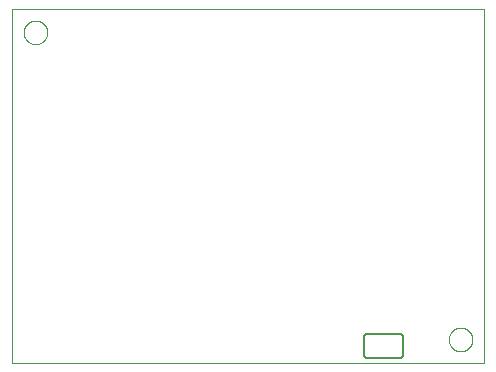
<source format=gbo>
G75*
%MOIN*%
%OFA0B0*%
%FSLAX25Y25*%
%IPPOS*%
%LPD*%
%AMOC8*
5,1,8,0,0,1.08239X$1,22.5*
%
%ADD10C,0.00000*%
%ADD11C,0.00600*%
D10*
X0001600Y0001600D02*
X0001600Y0119710D01*
X0159080Y0119710D01*
X0159080Y0001600D01*
X0001600Y0001600D01*
X0005537Y0111836D02*
X0005539Y0111961D01*
X0005545Y0112086D01*
X0005555Y0112210D01*
X0005569Y0112334D01*
X0005586Y0112458D01*
X0005608Y0112581D01*
X0005634Y0112703D01*
X0005663Y0112825D01*
X0005696Y0112945D01*
X0005734Y0113064D01*
X0005774Y0113183D01*
X0005819Y0113299D01*
X0005867Y0113414D01*
X0005919Y0113528D01*
X0005975Y0113640D01*
X0006034Y0113750D01*
X0006096Y0113858D01*
X0006162Y0113965D01*
X0006231Y0114069D01*
X0006304Y0114170D01*
X0006379Y0114270D01*
X0006458Y0114367D01*
X0006540Y0114461D01*
X0006625Y0114553D01*
X0006712Y0114642D01*
X0006803Y0114728D01*
X0006896Y0114811D01*
X0006992Y0114892D01*
X0007090Y0114969D01*
X0007190Y0115043D01*
X0007293Y0115114D01*
X0007398Y0115181D01*
X0007506Y0115246D01*
X0007615Y0115306D01*
X0007726Y0115364D01*
X0007839Y0115417D01*
X0007953Y0115467D01*
X0008069Y0115514D01*
X0008186Y0115556D01*
X0008305Y0115595D01*
X0008425Y0115631D01*
X0008546Y0115662D01*
X0008668Y0115690D01*
X0008790Y0115713D01*
X0008914Y0115733D01*
X0009038Y0115749D01*
X0009162Y0115761D01*
X0009287Y0115769D01*
X0009412Y0115773D01*
X0009536Y0115773D01*
X0009661Y0115769D01*
X0009786Y0115761D01*
X0009910Y0115749D01*
X0010034Y0115733D01*
X0010158Y0115713D01*
X0010280Y0115690D01*
X0010402Y0115662D01*
X0010523Y0115631D01*
X0010643Y0115595D01*
X0010762Y0115556D01*
X0010879Y0115514D01*
X0010995Y0115467D01*
X0011109Y0115417D01*
X0011222Y0115364D01*
X0011333Y0115306D01*
X0011443Y0115246D01*
X0011550Y0115181D01*
X0011655Y0115114D01*
X0011758Y0115043D01*
X0011858Y0114969D01*
X0011956Y0114892D01*
X0012052Y0114811D01*
X0012145Y0114728D01*
X0012236Y0114642D01*
X0012323Y0114553D01*
X0012408Y0114461D01*
X0012490Y0114367D01*
X0012569Y0114270D01*
X0012644Y0114170D01*
X0012717Y0114069D01*
X0012786Y0113965D01*
X0012852Y0113858D01*
X0012914Y0113750D01*
X0012973Y0113640D01*
X0013029Y0113528D01*
X0013081Y0113414D01*
X0013129Y0113299D01*
X0013174Y0113183D01*
X0013214Y0113064D01*
X0013252Y0112945D01*
X0013285Y0112825D01*
X0013314Y0112703D01*
X0013340Y0112581D01*
X0013362Y0112458D01*
X0013379Y0112334D01*
X0013393Y0112210D01*
X0013403Y0112086D01*
X0013409Y0111961D01*
X0013411Y0111836D01*
X0013409Y0111711D01*
X0013403Y0111586D01*
X0013393Y0111462D01*
X0013379Y0111338D01*
X0013362Y0111214D01*
X0013340Y0111091D01*
X0013314Y0110969D01*
X0013285Y0110847D01*
X0013252Y0110727D01*
X0013214Y0110608D01*
X0013174Y0110489D01*
X0013129Y0110373D01*
X0013081Y0110258D01*
X0013029Y0110144D01*
X0012973Y0110032D01*
X0012914Y0109922D01*
X0012852Y0109814D01*
X0012786Y0109707D01*
X0012717Y0109603D01*
X0012644Y0109502D01*
X0012569Y0109402D01*
X0012490Y0109305D01*
X0012408Y0109211D01*
X0012323Y0109119D01*
X0012236Y0109030D01*
X0012145Y0108944D01*
X0012052Y0108861D01*
X0011956Y0108780D01*
X0011858Y0108703D01*
X0011758Y0108629D01*
X0011655Y0108558D01*
X0011550Y0108491D01*
X0011442Y0108426D01*
X0011333Y0108366D01*
X0011222Y0108308D01*
X0011109Y0108255D01*
X0010995Y0108205D01*
X0010879Y0108158D01*
X0010762Y0108116D01*
X0010643Y0108077D01*
X0010523Y0108041D01*
X0010402Y0108010D01*
X0010280Y0107982D01*
X0010158Y0107959D01*
X0010034Y0107939D01*
X0009910Y0107923D01*
X0009786Y0107911D01*
X0009661Y0107903D01*
X0009536Y0107899D01*
X0009412Y0107899D01*
X0009287Y0107903D01*
X0009162Y0107911D01*
X0009038Y0107923D01*
X0008914Y0107939D01*
X0008790Y0107959D01*
X0008668Y0107982D01*
X0008546Y0108010D01*
X0008425Y0108041D01*
X0008305Y0108077D01*
X0008186Y0108116D01*
X0008069Y0108158D01*
X0007953Y0108205D01*
X0007839Y0108255D01*
X0007726Y0108308D01*
X0007615Y0108366D01*
X0007505Y0108426D01*
X0007398Y0108491D01*
X0007293Y0108558D01*
X0007190Y0108629D01*
X0007090Y0108703D01*
X0006992Y0108780D01*
X0006896Y0108861D01*
X0006803Y0108944D01*
X0006712Y0109030D01*
X0006625Y0109119D01*
X0006540Y0109211D01*
X0006458Y0109305D01*
X0006379Y0109402D01*
X0006304Y0109502D01*
X0006231Y0109603D01*
X0006162Y0109707D01*
X0006096Y0109814D01*
X0006034Y0109922D01*
X0005975Y0110032D01*
X0005919Y0110144D01*
X0005867Y0110258D01*
X0005819Y0110373D01*
X0005774Y0110489D01*
X0005734Y0110608D01*
X0005696Y0110727D01*
X0005663Y0110847D01*
X0005634Y0110969D01*
X0005608Y0111091D01*
X0005586Y0111214D01*
X0005569Y0111338D01*
X0005555Y0111462D01*
X0005545Y0111586D01*
X0005539Y0111711D01*
X0005537Y0111836D01*
X0147269Y0009474D02*
X0147271Y0009599D01*
X0147277Y0009724D01*
X0147287Y0009848D01*
X0147301Y0009972D01*
X0147318Y0010096D01*
X0147340Y0010219D01*
X0147366Y0010341D01*
X0147395Y0010463D01*
X0147428Y0010583D01*
X0147466Y0010702D01*
X0147506Y0010821D01*
X0147551Y0010937D01*
X0147599Y0011052D01*
X0147651Y0011166D01*
X0147707Y0011278D01*
X0147766Y0011388D01*
X0147828Y0011496D01*
X0147894Y0011603D01*
X0147963Y0011707D01*
X0148036Y0011808D01*
X0148111Y0011908D01*
X0148190Y0012005D01*
X0148272Y0012099D01*
X0148357Y0012191D01*
X0148444Y0012280D01*
X0148535Y0012366D01*
X0148628Y0012449D01*
X0148724Y0012530D01*
X0148822Y0012607D01*
X0148922Y0012681D01*
X0149025Y0012752D01*
X0149130Y0012819D01*
X0149238Y0012884D01*
X0149347Y0012944D01*
X0149458Y0013002D01*
X0149571Y0013055D01*
X0149685Y0013105D01*
X0149801Y0013152D01*
X0149918Y0013194D01*
X0150037Y0013233D01*
X0150157Y0013269D01*
X0150278Y0013300D01*
X0150400Y0013328D01*
X0150522Y0013351D01*
X0150646Y0013371D01*
X0150770Y0013387D01*
X0150894Y0013399D01*
X0151019Y0013407D01*
X0151144Y0013411D01*
X0151268Y0013411D01*
X0151393Y0013407D01*
X0151518Y0013399D01*
X0151642Y0013387D01*
X0151766Y0013371D01*
X0151890Y0013351D01*
X0152012Y0013328D01*
X0152134Y0013300D01*
X0152255Y0013269D01*
X0152375Y0013233D01*
X0152494Y0013194D01*
X0152611Y0013152D01*
X0152727Y0013105D01*
X0152841Y0013055D01*
X0152954Y0013002D01*
X0153065Y0012944D01*
X0153175Y0012884D01*
X0153282Y0012819D01*
X0153387Y0012752D01*
X0153490Y0012681D01*
X0153590Y0012607D01*
X0153688Y0012530D01*
X0153784Y0012449D01*
X0153877Y0012366D01*
X0153968Y0012280D01*
X0154055Y0012191D01*
X0154140Y0012099D01*
X0154222Y0012005D01*
X0154301Y0011908D01*
X0154376Y0011808D01*
X0154449Y0011707D01*
X0154518Y0011603D01*
X0154584Y0011496D01*
X0154646Y0011388D01*
X0154705Y0011278D01*
X0154761Y0011166D01*
X0154813Y0011052D01*
X0154861Y0010937D01*
X0154906Y0010821D01*
X0154946Y0010702D01*
X0154984Y0010583D01*
X0155017Y0010463D01*
X0155046Y0010341D01*
X0155072Y0010219D01*
X0155094Y0010096D01*
X0155111Y0009972D01*
X0155125Y0009848D01*
X0155135Y0009724D01*
X0155141Y0009599D01*
X0155143Y0009474D01*
X0155141Y0009349D01*
X0155135Y0009224D01*
X0155125Y0009100D01*
X0155111Y0008976D01*
X0155094Y0008852D01*
X0155072Y0008729D01*
X0155046Y0008607D01*
X0155017Y0008485D01*
X0154984Y0008365D01*
X0154946Y0008246D01*
X0154906Y0008127D01*
X0154861Y0008011D01*
X0154813Y0007896D01*
X0154761Y0007782D01*
X0154705Y0007670D01*
X0154646Y0007560D01*
X0154584Y0007452D01*
X0154518Y0007345D01*
X0154449Y0007241D01*
X0154376Y0007140D01*
X0154301Y0007040D01*
X0154222Y0006943D01*
X0154140Y0006849D01*
X0154055Y0006757D01*
X0153968Y0006668D01*
X0153877Y0006582D01*
X0153784Y0006499D01*
X0153688Y0006418D01*
X0153590Y0006341D01*
X0153490Y0006267D01*
X0153387Y0006196D01*
X0153282Y0006129D01*
X0153174Y0006064D01*
X0153065Y0006004D01*
X0152954Y0005946D01*
X0152841Y0005893D01*
X0152727Y0005843D01*
X0152611Y0005796D01*
X0152494Y0005754D01*
X0152375Y0005715D01*
X0152255Y0005679D01*
X0152134Y0005648D01*
X0152012Y0005620D01*
X0151890Y0005597D01*
X0151766Y0005577D01*
X0151642Y0005561D01*
X0151518Y0005549D01*
X0151393Y0005541D01*
X0151268Y0005537D01*
X0151144Y0005537D01*
X0151019Y0005541D01*
X0150894Y0005549D01*
X0150770Y0005561D01*
X0150646Y0005577D01*
X0150522Y0005597D01*
X0150400Y0005620D01*
X0150278Y0005648D01*
X0150157Y0005679D01*
X0150037Y0005715D01*
X0149918Y0005754D01*
X0149801Y0005796D01*
X0149685Y0005843D01*
X0149571Y0005893D01*
X0149458Y0005946D01*
X0149347Y0006004D01*
X0149237Y0006064D01*
X0149130Y0006129D01*
X0149025Y0006196D01*
X0148922Y0006267D01*
X0148822Y0006341D01*
X0148724Y0006418D01*
X0148628Y0006499D01*
X0148535Y0006582D01*
X0148444Y0006668D01*
X0148357Y0006757D01*
X0148272Y0006849D01*
X0148190Y0006943D01*
X0148111Y0007040D01*
X0148036Y0007140D01*
X0147963Y0007241D01*
X0147894Y0007345D01*
X0147828Y0007452D01*
X0147766Y0007560D01*
X0147707Y0007670D01*
X0147651Y0007782D01*
X0147599Y0007896D01*
X0147551Y0008011D01*
X0147506Y0008127D01*
X0147466Y0008246D01*
X0147428Y0008365D01*
X0147395Y0008485D01*
X0147366Y0008607D01*
X0147340Y0008729D01*
X0147318Y0008852D01*
X0147301Y0008976D01*
X0147287Y0009100D01*
X0147277Y0009224D01*
X0147271Y0009349D01*
X0147269Y0009474D01*
D11*
X0132037Y0010407D02*
X0132037Y0004407D01*
X0132035Y0004347D01*
X0132030Y0004286D01*
X0132021Y0004227D01*
X0132008Y0004168D01*
X0131992Y0004109D01*
X0131972Y0004052D01*
X0131949Y0003997D01*
X0131922Y0003942D01*
X0131893Y0003890D01*
X0131860Y0003839D01*
X0131824Y0003790D01*
X0131786Y0003744D01*
X0131744Y0003700D01*
X0131700Y0003658D01*
X0131654Y0003620D01*
X0131605Y0003584D01*
X0131554Y0003551D01*
X0131502Y0003522D01*
X0131447Y0003495D01*
X0131392Y0003472D01*
X0131335Y0003452D01*
X0131276Y0003436D01*
X0131217Y0003423D01*
X0131158Y0003414D01*
X0131097Y0003409D01*
X0131037Y0003407D01*
X0120037Y0003407D01*
X0119977Y0003409D01*
X0119916Y0003414D01*
X0119857Y0003423D01*
X0119798Y0003436D01*
X0119739Y0003452D01*
X0119682Y0003472D01*
X0119627Y0003495D01*
X0119572Y0003522D01*
X0119520Y0003551D01*
X0119469Y0003584D01*
X0119420Y0003620D01*
X0119374Y0003658D01*
X0119330Y0003700D01*
X0119288Y0003744D01*
X0119250Y0003790D01*
X0119214Y0003839D01*
X0119181Y0003890D01*
X0119152Y0003942D01*
X0119125Y0003997D01*
X0119102Y0004052D01*
X0119082Y0004109D01*
X0119066Y0004168D01*
X0119053Y0004227D01*
X0119044Y0004286D01*
X0119039Y0004347D01*
X0119037Y0004407D01*
X0119037Y0010407D01*
X0119039Y0010467D01*
X0119044Y0010528D01*
X0119053Y0010587D01*
X0119066Y0010646D01*
X0119082Y0010705D01*
X0119102Y0010762D01*
X0119125Y0010817D01*
X0119152Y0010872D01*
X0119181Y0010924D01*
X0119214Y0010975D01*
X0119250Y0011024D01*
X0119288Y0011070D01*
X0119330Y0011114D01*
X0119374Y0011156D01*
X0119420Y0011194D01*
X0119469Y0011230D01*
X0119520Y0011263D01*
X0119572Y0011292D01*
X0119627Y0011319D01*
X0119682Y0011342D01*
X0119739Y0011362D01*
X0119798Y0011378D01*
X0119857Y0011391D01*
X0119916Y0011400D01*
X0119977Y0011405D01*
X0120037Y0011407D01*
X0131037Y0011407D01*
X0131097Y0011405D01*
X0131158Y0011400D01*
X0131217Y0011391D01*
X0131276Y0011378D01*
X0131335Y0011362D01*
X0131392Y0011342D01*
X0131447Y0011319D01*
X0131502Y0011292D01*
X0131554Y0011263D01*
X0131605Y0011230D01*
X0131654Y0011194D01*
X0131700Y0011156D01*
X0131744Y0011114D01*
X0131786Y0011070D01*
X0131824Y0011024D01*
X0131860Y0010975D01*
X0131893Y0010924D01*
X0131922Y0010872D01*
X0131949Y0010817D01*
X0131972Y0010762D01*
X0131992Y0010705D01*
X0132008Y0010646D01*
X0132021Y0010587D01*
X0132030Y0010528D01*
X0132035Y0010467D01*
X0132037Y0010407D01*
M02*

</source>
